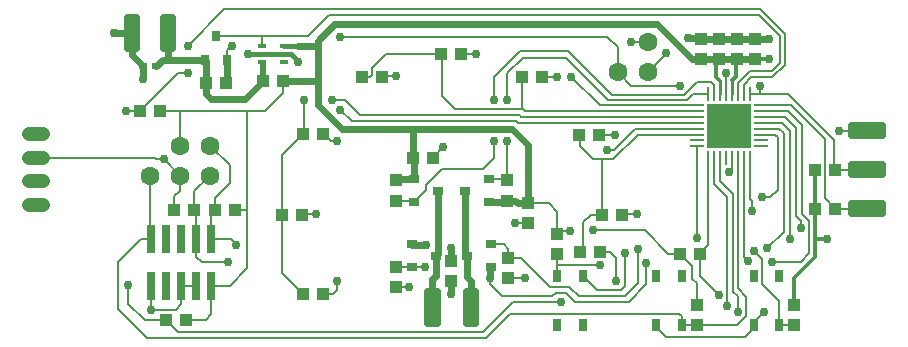
<source format=gbr>
G04 EAGLE Gerber RS-274X export*
G75*
%MOMM*%
%FSLAX34Y34*%
%LPD*%
%INBottom Copper*%
%IPPOS*%
%AMOC8*
5,1,8,0,0,1.08239X$1,22.5*%
G01*
%ADD10R,0.900000X0.800000*%
%ADD11C,1.600000*%
%ADD12R,0.762000X2.413000*%
%ADD13C,1.208000*%
%ADD14R,1.000000X1.000000*%
%ADD15R,0.770000X0.420000*%
%ADD16C,0.490000*%
%ADD17R,0.800000X0.600000*%
%ADD18R,0.650000X1.050000*%
%ADD19R,0.800000X0.900000*%
%ADD20R,1.150000X0.270000*%
%ADD21R,3.750000X3.750000*%
%ADD22R,0.270000X1.150000*%
%ADD23C,0.808000*%
%ADD24C,0.609600*%
%ADD25C,0.508000*%
%ADD26C,0.406400*%
%ADD27C,0.762000*%
%ADD28C,0.203200*%
%ADD29C,0.756400*%
%ADD30C,0.304800*%
%ADD31C,0.266700*%
%ADD32C,0.177800*%


D10*
X397924Y76962D03*
X417924Y86462D03*
X417924Y67462D03*
X371696Y76962D03*
X351696Y67462D03*
X351696Y86462D03*
X373220Y132080D03*
X353220Y122580D03*
X353220Y141580D03*
X396400Y132080D03*
X416400Y141580D03*
X416400Y122580D03*
D11*
X154940Y170180D03*
X154940Y144780D03*
X180340Y170180D03*
X180340Y144780D03*
X129540Y144780D03*
D12*
X181610Y51562D03*
X181610Y90678D03*
X168910Y51562D03*
X168910Y90678D03*
X156210Y51562D03*
X156210Y90678D03*
X143510Y51562D03*
X143510Y90678D03*
X130810Y51562D03*
X130810Y90678D03*
D13*
X39020Y119760D02*
X26940Y119760D01*
X26940Y139760D02*
X39020Y139760D01*
X39020Y159760D02*
X26940Y159760D01*
X26940Y179760D02*
X39020Y179760D01*
D14*
X611632Y243468D03*
X611632Y260468D03*
X352180Y160020D03*
X369180Y160020D03*
X449580Y121530D03*
X449580Y104530D03*
D15*
X243180Y241150D03*
X243180Y247650D03*
X243180Y254150D03*
X224180Y241150D03*
X224180Y247650D03*
X224180Y254150D03*
D16*
X149330Y279230D02*
X140230Y279230D01*
X149330Y279230D02*
X149330Y251630D01*
X140230Y251630D01*
X140230Y279230D01*
X140230Y256285D02*
X149330Y256285D01*
X149330Y260940D02*
X140230Y260940D01*
X140230Y265595D02*
X149330Y265595D01*
X149330Y270250D02*
X140230Y270250D01*
X140230Y274905D02*
X149330Y274905D01*
X118850Y279230D02*
X109750Y279230D01*
X118850Y279230D02*
X118850Y251630D01*
X109750Y251630D01*
X109750Y279230D01*
X109750Y256285D02*
X118850Y256285D01*
X118850Y260940D02*
X109750Y260940D01*
X109750Y265595D02*
X118850Y265595D01*
X118850Y270250D02*
X109750Y270250D01*
X109750Y274905D02*
X118850Y274905D01*
X364004Y46820D02*
X373104Y46820D01*
X373104Y19220D01*
X364004Y19220D01*
X364004Y46820D01*
X364004Y23875D02*
X373104Y23875D01*
X373104Y28530D02*
X364004Y28530D01*
X364004Y33185D02*
X373104Y33185D01*
X373104Y37840D02*
X364004Y37840D01*
X364004Y42495D02*
X373104Y42495D01*
X396770Y46820D02*
X405870Y46820D01*
X405870Y19220D01*
X396770Y19220D01*
X396770Y46820D01*
X396770Y23875D02*
X405870Y23875D01*
X405870Y28530D02*
X396770Y28530D01*
X396770Y33185D02*
X405870Y33185D01*
X405870Y37840D02*
X396770Y37840D01*
X396770Y42495D02*
X405870Y42495D01*
D17*
X124040Y237490D03*
X135040Y237490D03*
D18*
X474390Y60120D03*
X495890Y60120D03*
X474390Y18620D03*
X495890Y18620D03*
X579710Y18620D03*
X558210Y18620D03*
X579710Y60120D03*
X558210Y60120D03*
X662260Y18620D03*
X640760Y18620D03*
X662260Y60120D03*
X640760Y60120D03*
D14*
X384810Y55762D03*
X384810Y72762D03*
X193920Y223520D03*
X176920Y223520D03*
X337820Y123580D03*
X337820Y140580D03*
X337820Y50682D03*
X337820Y67682D03*
X432816Y57794D03*
X432816Y74794D03*
X431800Y140580D03*
X431800Y123580D03*
X276470Y44450D03*
X259470Y44450D03*
X258690Y111760D03*
X241690Y111760D03*
X276470Y180340D03*
X259470Y180340D03*
X326000Y228600D03*
X309000Y228600D03*
X393310Y247650D03*
X376310Y247650D03*
X461890Y228600D03*
X444890Y228600D03*
X510150Y179070D03*
X493150Y179070D03*
X529200Y111760D03*
X512200Y111760D03*
X510404Y80010D03*
X493404Y80010D03*
X595240Y78740D03*
X578240Y78740D03*
X121040Y199390D03*
X138040Y199390D03*
X143392Y22606D03*
X160392Y22606D03*
X474472Y78114D03*
X474472Y95114D03*
D11*
X525526Y232156D03*
D14*
X225180Y224790D03*
X242180Y224790D03*
D19*
X185420Y262730D03*
X194920Y242730D03*
X175920Y242730D03*
D16*
X722800Y121390D02*
X722800Y112290D01*
X722800Y121390D02*
X750400Y121390D01*
X750400Y112290D01*
X722800Y112290D01*
X722800Y116945D02*
X750400Y116945D01*
X722800Y145310D02*
X722800Y154410D01*
X750400Y154410D01*
X750400Y145310D01*
X722800Y145310D01*
X722800Y149965D02*
X750400Y149965D01*
X722800Y178330D02*
X722800Y187430D01*
X750400Y187430D01*
X750400Y178330D01*
X722800Y178330D01*
X722800Y182985D02*
X750400Y182985D01*
D11*
X550926Y232156D03*
X550926Y257556D03*
D14*
X674878Y18424D03*
X674878Y35424D03*
X592582Y18170D03*
X592582Y35170D03*
X709540Y116840D03*
X692540Y116840D03*
X709540Y149860D03*
X692540Y149860D03*
X150250Y115570D03*
X167250Y115570D03*
X184540Y115570D03*
X201540Y115570D03*
X642112Y243468D03*
X642112Y260468D03*
X626872Y243468D03*
X626872Y260468D03*
X596392Y243468D03*
X596392Y260468D03*
D20*
X646760Y169444D03*
D21*
X619760Y186944D03*
D20*
X646760Y174444D03*
X646760Y179444D03*
X646760Y184444D03*
X646760Y189444D03*
X646760Y194444D03*
X646760Y199444D03*
X646760Y204444D03*
D22*
X637260Y213944D03*
X632260Y213944D03*
X627260Y213944D03*
X622260Y213944D03*
X617260Y213944D03*
X612260Y213944D03*
X607260Y213944D03*
X602260Y213944D03*
D20*
X592760Y204444D03*
X592760Y199444D03*
X592760Y194444D03*
X592760Y189444D03*
X592760Y184444D03*
X592760Y179444D03*
X592760Y174444D03*
X592760Y169444D03*
D22*
X602260Y159944D03*
X607260Y159944D03*
X612260Y159944D03*
X617260Y159944D03*
X622260Y159944D03*
X627260Y159944D03*
X632260Y159944D03*
X637260Y159944D03*
D23*
X625760Y180944D03*
X625760Y192944D03*
X613760Y180944D03*
X613760Y192944D03*
D24*
X176920Y241730D02*
X175920Y242730D01*
X176920Y241730D02*
X176920Y223520D01*
X140280Y242730D02*
X135040Y237490D01*
X140280Y242730D02*
X145034Y242730D01*
X175920Y242730D01*
X144780Y242984D02*
X144780Y265430D01*
X144780Y242984D02*
X145034Y242730D01*
X209940Y209550D02*
X225180Y224790D01*
X176920Y223520D02*
X176920Y213986D01*
X181356Y209550D01*
X209940Y209550D01*
D25*
X225180Y224790D02*
X225180Y240150D01*
D26*
X224180Y241150D01*
D24*
X114300Y265430D02*
X98806Y265430D01*
D27*
X98806Y265430D03*
D24*
X114300Y247230D02*
X124040Y237490D01*
X114300Y247230D02*
X114300Y265430D01*
D26*
X243180Y247650D02*
X248920Y247650D01*
D27*
X254508Y240538D03*
D26*
X254508Y242062D02*
X248920Y247650D01*
X254508Y242062D02*
X254508Y240538D01*
X243180Y247650D02*
X224180Y247650D01*
X212598Y247650D01*
D27*
X212598Y247650D03*
D24*
X596392Y260468D02*
X611632Y260468D01*
X626872Y260468D01*
X642112Y260468D01*
D27*
X653288Y260604D03*
X585470Y260858D03*
D28*
X168910Y51562D02*
X156210Y51562D01*
D24*
X124040Y226402D02*
X124040Y237490D01*
X124079Y226441D02*
X124040Y226402D01*
D27*
X124079Y226441D03*
D28*
X130810Y51562D02*
X130556Y51308D01*
X130556Y31242D01*
D27*
X130556Y31242D03*
D28*
X156210Y36068D02*
X156210Y51562D01*
X156210Y36068D02*
X151384Y31242D01*
X130556Y31242D01*
X154940Y144780D02*
X141224Y158496D01*
D27*
X141224Y158496D03*
D28*
X134874Y158496D01*
X133604Y159766D01*
X32986Y159766D01*
X32980Y159760D01*
X712978Y182880D02*
X736600Y182880D01*
D27*
X712978Y182880D03*
D28*
X447158Y57794D02*
X432816Y57794D01*
X447158Y57794D02*
X447294Y57658D01*
D27*
X447294Y57658D03*
D28*
X449580Y104530D02*
X438794Y104530D01*
X438658Y104394D01*
D27*
X438658Y104394D03*
D24*
X384810Y55762D02*
X384810Y44704D01*
D27*
X384810Y44704D03*
D28*
X640760Y18620D02*
X640760Y15412D01*
X633304Y7956D01*
X566592Y7956D01*
X640760Y18620D02*
X640760Y20492D01*
X649224Y28956D01*
D27*
X649224Y28956D03*
D28*
X348878Y50682D02*
X337820Y50682D01*
X348878Y50682D02*
X348996Y50800D01*
D27*
X348996Y50800D03*
D28*
X150250Y115570D02*
X150250Y127136D01*
X154940Y131826D01*
X154940Y144780D01*
X550672Y257810D02*
X550926Y257556D01*
X550672Y257810D02*
X536702Y257810D01*
D27*
X536702Y257810D03*
D28*
X378003Y168843D02*
X369180Y160020D01*
X378003Y168843D02*
X377952Y168910D01*
D27*
X377952Y168910D03*
D28*
X558210Y18620D02*
X558210Y16338D01*
X566592Y7956D01*
X617260Y213944D02*
X617260Y231862D01*
X617220Y231902D01*
D29*
X617220Y231902D03*
D28*
X653152Y260468D02*
X653288Y260604D01*
D24*
X653152Y260468D02*
X642112Y260468D01*
X596002Y260858D02*
X585470Y260858D01*
D28*
X596002Y260858D02*
X596392Y260468D01*
X495890Y60120D02*
X508258Y47752D01*
X528574Y47752D01*
X531876Y51054D01*
D29*
X531876Y79248D03*
D28*
X531876Y51054D01*
D26*
X254776Y254150D02*
X243180Y254150D01*
D24*
X285750Y273050D02*
X558546Y273050D01*
X588128Y243468D01*
X596392Y243468D01*
X609092Y243468D01*
X611632Y243468D01*
X624586Y243468D01*
X626872Y243468D01*
X642112Y243468D01*
X271526Y254000D02*
X271526Y224790D01*
X242180Y224790D01*
X254776Y254150D02*
X271376Y254150D01*
X271526Y254000D01*
X271526Y258826D02*
X285750Y273050D01*
X271526Y258826D02*
X271526Y254000D01*
X353220Y158980D02*
X353220Y141580D01*
X353220Y158980D02*
X352180Y160020D01*
X416400Y122580D02*
X430800Y122580D01*
X431800Y123580D01*
X438776Y123580D01*
X440826Y121530D02*
X449580Y121530D01*
X440826Y121530D02*
X438776Y123580D01*
D28*
X155194Y199390D02*
X138040Y199390D01*
X155194Y199390D02*
X211836Y199390D01*
X226822Y199390D01*
X242316Y214884D01*
X242316Y224654D01*
X242180Y224790D01*
X154940Y199136D02*
X154940Y170180D01*
X154940Y199136D02*
X155194Y199390D01*
X181610Y51562D02*
X197104Y51562D01*
X211836Y115570D02*
X211836Y199390D01*
X211836Y115570D02*
X211836Y66294D01*
X197104Y51562D01*
X201540Y115570D02*
X211836Y115570D01*
D24*
X337820Y140580D02*
X338820Y141580D01*
X353220Y141580D01*
D30*
X674878Y57912D02*
X674878Y35424D01*
X674878Y57912D02*
X692658Y75692D01*
X692658Y90932D01*
X692658Y116722D01*
D28*
X692540Y116840D01*
D30*
X692540Y149860D01*
D27*
X654050Y243586D03*
D30*
X642230Y243586D01*
X642112Y243468D01*
D28*
X467242Y121530D02*
X449580Y121530D01*
X474472Y114300D02*
X474472Y95114D01*
X474472Y114300D02*
X467242Y121530D01*
X548894Y98298D02*
X568452Y78740D01*
X548894Y98298D02*
X504444Y98298D01*
D27*
X504444Y98298D03*
X485140Y98044D03*
D28*
X477402Y98044D01*
X474472Y95114D01*
D24*
X449580Y170688D02*
X436372Y183896D01*
X352180Y183896D02*
X291846Y183896D01*
X352180Y183896D02*
X436372Y183896D01*
X449580Y170688D02*
X449580Y121530D01*
X352180Y160020D02*
X352180Y183896D01*
D28*
X176784Y22606D02*
X160392Y22606D01*
X176784Y22606D02*
X181610Y27432D01*
X181610Y51562D01*
D31*
X612260Y213944D02*
X612260Y224924D01*
D30*
X608838Y228346D01*
X608838Y243214D01*
D28*
X609092Y243468D01*
D31*
X622260Y225258D02*
X622260Y213944D01*
D30*
X622260Y225258D02*
X625348Y228346D01*
X625348Y242706D01*
D28*
X624586Y243468D01*
D29*
X702818Y91186D03*
D30*
X702564Y90932D01*
X692658Y90932D01*
D28*
X578240Y78740D02*
X568452Y78740D01*
X592328Y35424D02*
X592582Y35170D01*
X588772Y68208D02*
X578240Y78740D01*
X592328Y53594D02*
X592328Y35424D01*
X592328Y53594D02*
X588772Y57150D01*
X588772Y68208D01*
D24*
X271526Y204216D02*
X271526Y224790D01*
X271526Y204216D02*
X291846Y183896D01*
D28*
X130810Y90678D02*
X129540Y91948D01*
X129540Y144780D01*
X592132Y18620D02*
X592582Y18170D01*
X592132Y18620D02*
X579710Y18620D01*
X130810Y90678D02*
X122174Y90678D01*
X102870Y71374D01*
X102870Y31496D01*
X126746Y7620D01*
X413766Y7620D01*
X434086Y27940D01*
X579710Y26080D02*
X579710Y18620D01*
X577850Y27940D02*
X434086Y27940D01*
X577850Y27940D02*
X579710Y26080D01*
D32*
X592582Y18170D02*
X627008Y18170D01*
X634492Y25654D02*
X634492Y41910D01*
X627260Y49142D02*
X627260Y159944D01*
X634492Y25654D02*
X627008Y18170D01*
X634492Y41910D02*
X627260Y49142D01*
D28*
X184540Y115570D02*
X184540Y125612D01*
X197104Y138176D01*
X197104Y153416D01*
X180340Y170180D01*
X181610Y112640D02*
X181610Y90678D01*
X181610Y112640D02*
X184540Y115570D01*
X181610Y90678D02*
X198120Y90678D01*
X202438Y86360D01*
D27*
X202438Y86360D03*
X618236Y34290D03*
D28*
X618236Y126746D01*
X607260Y137722D02*
X607260Y159944D01*
X607260Y137722D02*
X618236Y126746D01*
X167250Y131690D02*
X167250Y115570D01*
X167250Y131690D02*
X180340Y144780D01*
X168910Y113910D02*
X168910Y90678D01*
X168910Y113910D02*
X167250Y115570D01*
X168910Y90678D02*
X168910Y75692D01*
X173228Y71374D01*
X195834Y71374D01*
D27*
X195834Y71374D03*
X627126Y29464D03*
D28*
X612260Y140088D02*
X612260Y159944D01*
X627126Y42418D02*
X627126Y29464D01*
X627126Y42418D02*
X623062Y46482D01*
X623062Y129286D02*
X612260Y140088D01*
X623062Y129286D02*
X623062Y46482D01*
D27*
X680466Y100076D03*
D28*
X680466Y106680D02*
X676910Y110236D01*
X676910Y185166D01*
X680466Y106680D02*
X680466Y100076D01*
X667632Y194444D02*
X646760Y194444D01*
X667632Y194444D02*
X676910Y185166D01*
D27*
X671576Y91186D03*
D28*
X671576Y182880D01*
X665012Y189444D02*
X646760Y189444D01*
X665012Y189444D02*
X671576Y182880D01*
D24*
X194920Y224520D02*
X194920Y242730D01*
X194920Y224520D02*
X193920Y223520D01*
D28*
X194920Y242730D02*
X194920Y250800D01*
X198882Y254762D01*
D27*
X198882Y254762D03*
X290576Y262128D03*
D28*
X525526Y253492D02*
X525526Y232156D01*
D27*
X578104Y220472D03*
D29*
X619760Y147828D03*
D28*
X622260Y150328D01*
X622260Y159944D01*
X537210Y220472D02*
X525526Y232156D01*
X537210Y220472D02*
X578104Y220472D01*
X525526Y253492D02*
X516890Y262128D01*
X290576Y262128D01*
X595240Y78740D02*
X595376Y78604D01*
X595376Y59690D01*
D27*
X611378Y43688D03*
D28*
X595376Y59690D01*
D32*
X595240Y78740D02*
X602260Y85760D01*
X602260Y159944D01*
D28*
X111252Y51816D02*
X111252Y36322D01*
D27*
X111252Y51816D03*
D28*
X437134Y38100D02*
X477266Y38100D01*
D27*
X477266Y38100D03*
X656082Y71628D03*
D28*
X437134Y38100D02*
X411486Y12452D01*
X681990Y112268D02*
X681990Y187452D01*
X687832Y106426D02*
X687832Y78994D01*
X687832Y106426D02*
X681990Y112268D01*
X680466Y71628D02*
X656082Y71628D01*
X680466Y71628D02*
X687832Y78994D01*
X143392Y22606D02*
X124968Y22606D01*
X111252Y36322D01*
X143392Y22606D02*
X153546Y12452D01*
X411486Y12452D01*
X646760Y199444D02*
X669998Y199444D01*
X681990Y187452D01*
X121040Y199390D02*
X109474Y199390D01*
D27*
X109474Y199390D03*
D28*
X153044Y231394D02*
X161798Y231394D01*
D27*
X161798Y231394D03*
X161798Y254762D03*
D28*
X192532Y285496D01*
X153044Y231394D02*
X121040Y199390D01*
X192532Y285496D02*
X646430Y285496D01*
X667004Y264922D01*
X667004Y238506D01*
X656336Y227838D02*
X638810Y227838D01*
X632260Y221288D01*
X632260Y213944D01*
X656336Y227838D02*
X667004Y238506D01*
X281178Y280416D02*
X263492Y262730D01*
X281178Y280416D02*
X644906Y280416D01*
X224282Y262730D02*
X185420Y262730D01*
X224282Y262730D02*
X263492Y262730D01*
X224282Y262730D02*
X224180Y262628D01*
X224180Y254150D01*
X644906Y280416D02*
X662686Y262636D01*
X662686Y240030D01*
X655828Y233172D01*
X637445Y233172D01*
X627260Y222987D01*
X627260Y213944D01*
D27*
X287528Y55626D03*
D28*
X284480Y44450D02*
X276470Y44450D01*
X284480Y44450D02*
X287528Y47498D01*
X287528Y55626D01*
D27*
X290830Y200406D03*
D28*
X300228Y191008D02*
X439674Y191008D01*
X300228Y191008D02*
X290830Y200406D01*
X439674Y191008D02*
X441238Y189444D01*
X592760Y189444D01*
D27*
X486156Y228600D03*
D28*
X510312Y204444D01*
X592760Y204444D01*
D27*
X516908Y166624D03*
D28*
X522478Y166624D01*
X540298Y184444D01*
X592760Y184444D01*
X326254Y228854D02*
X326000Y228600D01*
X326254Y228854D02*
X338074Y228854D01*
D27*
X338074Y228854D03*
D28*
X510150Y179070D02*
X523240Y179070D01*
D27*
X523240Y179070D03*
D28*
X258944Y112014D02*
X258690Y111760D01*
X258944Y112014D02*
X270510Y112014D01*
D27*
X270510Y112014D03*
D28*
X393310Y247650D02*
X405638Y247650D01*
D27*
X405638Y247650D03*
D28*
X529454Y112014D02*
X529200Y111760D01*
X529454Y112014D02*
X541782Y112014D01*
D27*
X541782Y112014D03*
D28*
X287782Y173990D02*
X282820Y173990D01*
X276470Y180340D01*
D27*
X287782Y173990D03*
D28*
X461890Y228600D02*
X474472Y228600D01*
D27*
X474472Y228600D03*
X524256Y55372D03*
D28*
X524256Y74676D01*
X518922Y80010D01*
X510404Y80010D01*
X493404Y178816D02*
X493150Y179070D01*
X504326Y158750D02*
X512200Y158750D01*
X512200Y111760D01*
X504326Y158750D02*
X493404Y169672D01*
X493404Y178816D01*
X496570Y105156D02*
X496570Y83176D01*
X496570Y105156D02*
X503174Y111760D01*
X512200Y111760D01*
X496570Y83176D02*
X493404Y80010D01*
X542664Y179444D02*
X592760Y179444D01*
X521970Y158750D02*
X512200Y158750D01*
X521970Y158750D02*
X542664Y179444D01*
X376428Y247532D02*
X376310Y247650D01*
X317500Y229870D02*
X316230Y228600D01*
X317500Y229870D02*
X317500Y235966D01*
X329066Y247532D01*
X316230Y228600D02*
X309000Y228600D01*
X329066Y247532D02*
X376428Y247532D01*
X376428Y212344D01*
X387604Y201168D02*
X445008Y201168D01*
X446732Y199444D01*
X387604Y201168D02*
X376428Y212344D01*
X446732Y199444D02*
X592760Y199444D01*
X444890Y201286D02*
X444890Y228600D01*
X444890Y201286D02*
X445008Y201168D01*
X259470Y180340D02*
X241690Y162560D01*
X241690Y111760D01*
X241690Y62230D01*
X259470Y44450D01*
X259470Y180340D02*
X259588Y180458D01*
X259588Y208788D01*
D27*
X259588Y208788D03*
X283464Y208788D03*
D28*
X442468Y196088D02*
X444112Y194444D01*
X592760Y194444D01*
X294386Y208788D02*
X283464Y208788D01*
X307086Y196088D02*
X442468Y196088D01*
X307086Y196088D02*
X294386Y208788D01*
D24*
X384810Y83820D02*
X384810Y72762D01*
D27*
X384810Y83820D03*
X417830Y57658D03*
D24*
X417830Y67368D01*
X417924Y67462D01*
D27*
X363474Y86360D03*
D24*
X351798Y86360D01*
X351696Y86462D01*
D28*
X549910Y70358D02*
X549910Y52578D01*
D27*
X549910Y70358D03*
D28*
X417830Y57658D02*
X417830Y52578D01*
X469900Y42672D02*
X472948Y45720D01*
X481838Y45720D01*
X489712Y37846D01*
X535178Y37846D01*
X427736Y42672D02*
X417830Y52578D01*
X427736Y42672D02*
X469900Y42672D01*
X535178Y37846D02*
X549910Y52578D01*
D29*
X639064Y114808D03*
D28*
X639064Y123190D01*
X637260Y124994D02*
X637260Y159944D01*
X637260Y124994D02*
X639064Y123190D01*
D24*
X397924Y76962D02*
X397924Y59276D01*
X401320Y55880D02*
X401320Y33020D01*
X401320Y55880D02*
X397924Y59276D01*
X396400Y78486D02*
X396400Y132080D01*
X396400Y78486D02*
X397924Y76962D01*
X371696Y76962D02*
X371696Y60038D01*
X368554Y56896D01*
X368554Y33020D01*
X373220Y78486D02*
X373220Y132080D01*
X373220Y78486D02*
X371696Y76962D01*
D28*
X416400Y141580D02*
X430800Y141580D01*
X431800Y140580D01*
X431800Y174244D01*
D27*
X431800Y174244D03*
D28*
X445008Y244348D02*
X482092Y244348D01*
X445008Y244348D02*
X432054Y231394D01*
X432054Y208788D01*
D27*
X432054Y208788D03*
D28*
X589356Y213944D02*
X602260Y213944D01*
X589356Y213944D02*
X584200Y208788D01*
X517652Y208788D02*
X482092Y244348D01*
X517652Y208788D02*
X584200Y208788D01*
X429158Y86462D02*
X417924Y86462D01*
X429158Y86462D02*
X432816Y82804D01*
X432816Y74794D01*
X443874Y74794D01*
X468122Y50546D01*
X484632Y50546D02*
X492506Y42672D01*
X531622Y42672D01*
X542544Y53594D02*
X542544Y82804D01*
D29*
X542544Y82804D03*
X647700Y126238D03*
D28*
X654304Y126238D02*
X660908Y132842D01*
X654304Y126238D02*
X647700Y126238D01*
X646760Y179444D02*
X659010Y179444D01*
X484632Y50546D02*
X468122Y50546D01*
X531622Y42672D02*
X542544Y53594D01*
X660908Y132842D02*
X660908Y177546D01*
X659010Y179444D01*
X352220Y123580D02*
X337820Y123580D01*
X352220Y123580D02*
X353220Y122580D01*
X442976Y250444D02*
X483616Y250444D01*
X421132Y228600D02*
X421132Y208788D01*
D27*
X421132Y208788D03*
X421132Y174244D03*
D28*
X421132Y159766D01*
X411734Y150368D01*
X376682Y150368D02*
X363474Y137160D01*
X363474Y132834D01*
X353220Y122580D01*
X421132Y228600D02*
X442976Y250444D01*
X411734Y150368D02*
X376682Y150368D01*
X607260Y213944D02*
X607260Y221288D01*
X604520Y224028D01*
X592582Y224028D01*
X581660Y213106D02*
X520954Y213106D01*
X483616Y250444D01*
X581660Y213106D02*
X592582Y224028D01*
X351476Y67682D02*
X337820Y67682D01*
X351476Y67682D02*
X351696Y67462D01*
D27*
X652272Y83312D03*
X362204Y67564D03*
D28*
X362102Y67462D01*
X351696Y67462D01*
X646760Y184444D02*
X662392Y184444D01*
X666242Y180594D01*
X666242Y97282D01*
X652272Y83312D01*
X474472Y78114D02*
X474472Y68580D01*
X474472Y60202D01*
X474390Y60120D01*
X474472Y68580D02*
X474726Y68834D01*
X510794Y68834D01*
D27*
X510794Y68834D03*
D29*
X636016Y72136D03*
D28*
X632260Y75892D01*
X632260Y159944D01*
X709540Y116840D02*
X736600Y116840D01*
X709540Y116840D02*
X701040Y125340D01*
X701040Y175768D01*
X672364Y204444D02*
X646760Y204444D01*
X672364Y204444D02*
X701040Y175768D01*
X709540Y149860D02*
X736600Y149860D01*
X709540Y149860D02*
X708914Y150486D01*
X708914Y175006D01*
X645922Y213944D02*
X637260Y213944D01*
X645922Y213944D02*
X669976Y213944D01*
X708914Y175006D01*
X566674Y247904D02*
X550926Y232156D01*
X566674Y247904D02*
X566674Y248158D01*
D29*
X566674Y248158D03*
X645922Y220472D03*
D28*
X645922Y213944D01*
X662456Y18424D02*
X674878Y18424D01*
X662456Y18424D02*
X662260Y18620D01*
X662178Y18702D01*
X662178Y38862D01*
X647954Y74422D02*
X641350Y81026D01*
D29*
X641350Y81026D03*
X592836Y91948D03*
D28*
X592760Y92024D02*
X592760Y169444D01*
X592760Y92024D02*
X592836Y91948D01*
X647954Y53086D02*
X662178Y38862D01*
X647954Y53086D02*
X647954Y74422D01*
M02*

</source>
